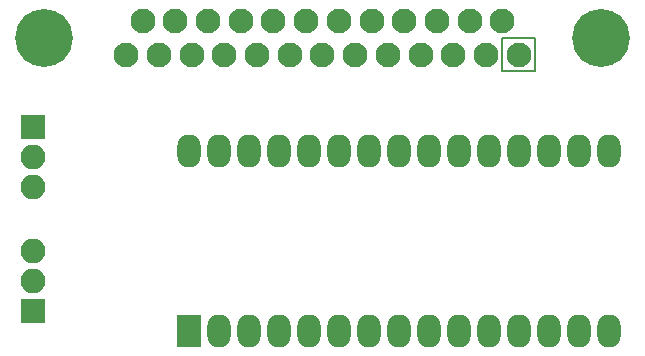
<source format=gbs>
G04 #@! TF.FileFunction,Soldermask,Bot*
%FSLAX46Y46*%
G04 Gerber Fmt 4.6, Leading zero omitted, Abs format (unit mm)*
G04 Created by KiCad (PCBNEW 4.0.5) date 07/09/17 13:00:44*
%MOMM*%
%LPD*%
G01*
G04 APERTURE LIST*
%ADD10C,0.100000*%
%ADD11C,0.150000*%
%ADD12R,2.000000X2.800000*%
%ADD13O,2.000000X2.800000*%
%ADD14R,2.100000X2.100000*%
%ADD15O,2.100000X2.100000*%
%ADD16C,4.900000*%
%ADD17C,2.100000*%
G04 APERTURE END LIST*
D10*
D11*
X212735000Y-99260000D02*
X212735000Y-96420000D01*
X215505000Y-99260000D02*
X212735000Y-99260000D01*
X215505000Y-96420000D02*
X215505000Y-99260000D01*
X212735000Y-96420000D02*
X215505000Y-96420000D01*
D12*
X186220000Y-121240000D03*
D13*
X219240000Y-106000000D03*
X188760000Y-121240000D03*
X216700000Y-106000000D03*
X191300000Y-121240000D03*
X214160000Y-106000000D03*
X193840000Y-121240000D03*
X211620000Y-106000000D03*
X196380000Y-121240000D03*
X209080000Y-106000000D03*
X198920000Y-121240000D03*
X206540000Y-106000000D03*
X201460000Y-121240000D03*
X204000000Y-106000000D03*
X204000000Y-121240000D03*
X201460000Y-106000000D03*
X206540000Y-121240000D03*
X198920000Y-106000000D03*
X209080000Y-121240000D03*
X196380000Y-106000000D03*
X211620000Y-121240000D03*
X193840000Y-106000000D03*
X214160000Y-121240000D03*
X191300000Y-106000000D03*
X216700000Y-121240000D03*
X188760000Y-106000000D03*
X219240000Y-121240000D03*
X186220000Y-106000000D03*
X221780000Y-121240000D03*
X221780000Y-106000000D03*
D14*
X173000000Y-103960000D03*
D15*
X173000000Y-106500000D03*
X173000000Y-109040000D03*
D14*
X173000000Y-119540000D03*
D15*
X173000000Y-117000000D03*
X173000000Y-114460000D03*
D16*
X173950000Y-96420000D03*
X221050000Y-96420000D03*
D17*
X214120000Y-97840000D03*
X211350000Y-97840000D03*
X208580000Y-97840000D03*
X205810000Y-97840000D03*
X203040000Y-97840000D03*
X200270000Y-97840000D03*
X197500000Y-97840000D03*
X194730000Y-97840000D03*
X191960000Y-97840000D03*
X189190000Y-97840000D03*
X186420000Y-97840000D03*
X183650000Y-97840000D03*
X180880000Y-97840000D03*
X212735000Y-95000000D03*
X209965000Y-95000000D03*
X207195000Y-95000000D03*
X204425000Y-95000000D03*
X201655000Y-95000000D03*
X198885000Y-95000000D03*
X196115000Y-95000000D03*
X193345000Y-95000000D03*
X190575000Y-95000000D03*
X187805000Y-95000000D03*
X185035000Y-95000000D03*
X182265000Y-95000000D03*
M02*

</source>
